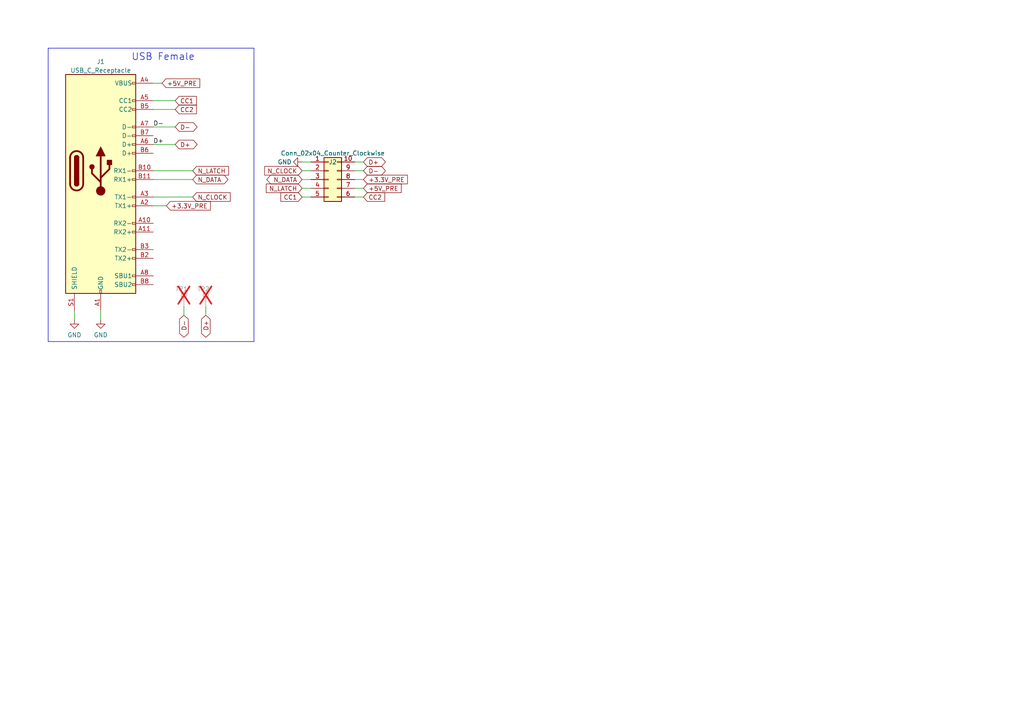
<source format=kicad_sch>
(kicad_sch (version 20230121) (generator eeschema)
  (paper "A4")
  (lib_symbols
    (symbol "Connector:TestPoint" (pin_numbers hide) (pin_names (offset 0.762) hide)
      (property "Reference" "TP" (at 0 6.858 0))
      (property "Value" "TestPoint" (at 0 5.08 0))
      (symbol "TestPoint_0_1"
        (circle (center 0 3.302) (radius 0.762))
      )
      (symbol "TestPoint_1_1"
        (pin passive line (at 0 0 90) (length 2.54) (name "1") (number "1"))
      )
    )
    (symbol "Connector:USB_C_Receptacle" (pin_names (offset 1.016))
      (property "Reference" "J" (at -10.16 29.21 0))
      (property "Value" "USB_C_Receptacle" (at 10.16 29.21 0))
      (symbol "USB_C_Receptacle_0_0"
        (rectangle (start -0.254 -35.56) (end 0.254 -34.544))
        (rectangle (start 10.16 -32.766) (end 9.144 -33.274))
        (rectangle (start 10.16 -30.226) (end 9.144 -30.734))
        (rectangle (start 10.16 -25.146) (end 9.144 -25.654))
        (rectangle (start 10.16 -22.606) (end 9.144 -23.114))
        (rectangle (start 10.16 -17.526) (end 9.144 -18.034))
        (rectangle (start 10.16 -14.986) (end 9.144 -15.494))
        (rectangle (start 10.16 -9.906) (end 9.144 -10.414))
        (rectangle (start 10.16 -7.366) (end 9.144 -7.874))
        (rectangle (start 10.16 -2.286) (end 9.144 -2.794))
        (rectangle (start 10.16 0.254) (end 9.144 -0.254))
        (rectangle (start 10.16 5.334) (end 9.144 4.826))
        (rectangle (start 10.16 7.874) (end 9.144 7.366))
        (rectangle (start 10.16 10.414) (end 9.144 9.906))
        (rectangle (start 10.16 12.954) (end 9.144 12.446))
        (rectangle (start 10.16 18.034) (end 9.144 17.526))
        (rectangle (start 10.16 20.574) (end 9.144 20.066))
        (rectangle (start 10.16 25.654) (end 9.144 25.146))
      )
      (symbol "USB_C_Receptacle_0_1"
        (rectangle (start -10.16 27.94) (end 10.16 -35.56) (stroke (width 0.254)) (fill (type background)))
        (arc (start -8.89 -3.81) (mid -6.985 -5.7067) (end -5.08 -3.81) (stroke (width 0.508)))
        (arc (start -7.62 -3.81) (mid -6.985 -4.4423) (end -6.35 -3.81) (stroke (width 0.254)))
        (arc (start -7.62 -3.81) (mid -6.985 -4.4423) (end -6.35 -3.81) (stroke (width 0.254)) (fill (type outline)))
        (rectangle (start -7.62 -3.81) (end -6.35 3.81) (stroke (width 0.254)) (fill (type outline)))
        (arc (start -6.35 3.81) (mid -6.985 4.4423) (end -7.62 3.81) (stroke (width 0.254)))
        (arc (start -6.35 3.81) (mid -6.985 4.4423) (end -7.62 3.81) (stroke (width 0.254)) (fill (type outline)))
        (arc (start -5.08 3.81) (mid -6.985 5.7067) (end -8.89 3.81) (stroke (width 0.508)))
        (polyline (pts (xy -8.89 -3.81) (xy -8.89 3.81)) (stroke (width 0.508)))
        (polyline (pts (xy -5.08 3.81) (xy -5.08 -3.81)) (stroke (width 0.508)))
      )
      (symbol "USB_C_Receptacle_1_1"
        (circle (center -2.54 1.143) (radius 0.635) (stroke (width 0.254)) (fill (type outline)))
        (circle (center 0 -5.842) (radius 1.27) (fill (type outline)))
        (polyline (pts (xy 0 -5.842) (xy 0 4.318)) (stroke (width 0.508)))
        (polyline (pts (xy 0 -3.302) (xy -2.54 -0.762) (xy -2.54 0.508)) (stroke (width 0.508)))
        (polyline (pts (xy 0 -2.032) (xy 2.54 0.508) (xy 2.54 1.778)) (stroke (width 0.508)))
        (polyline (pts (xy -1.27 4.318) (xy 0 6.858) (xy 1.27 4.318) (xy -1.27 4.318)) (stroke (width 0.254)) (fill (type outline)))
        (rectangle (start 1.905 1.778) (end 3.175 3.048) (stroke (width 0.254)) (fill (type outline)))
        (pin passive line (at 0 -40.64 90) (length 5.08) (name "GND") (number "A1"))
        (pin bidirectional line (at 15.24 -15.24 180) (length 5.08) (name "RX2-") (number "A10"))
        (pin bidirectional line (at 15.24 -17.78 180) (length 5.08) (name "RX2+") (number "A11"))
        (pin passive line (at 0 -40.64 90) (length 5.08) hide (name "GND") (number "A12"))
        (pin bidirectional line (at 15.24 -10.16 180) (length 5.08) (name "TX1+") (number "A2"))
        (pin bidirectional line (at 15.24 -7.62 180) (length 5.08) (name "TX1-") (number "A3"))
        (pin passive line (at 15.24 25.4 180) (length 5.08) (name "VBUS") (number "A4"))
        (pin bidirectional line (at 15.24 20.32 180) (length 5.08) (name "CC1") (number "A5"))
        (pin bidirectional line (at 15.24 7.62 180) (length 5.08) (name "D+") (number "A6"))
        (pin bidirectional line (at 15.24 12.7 180) (length 5.08) (name "D-") (number "A7"))
        (pin bidirectional line (at 15.24 -30.48 180) (length 5.08) (name "SBU1") (number "A8"))
        (pin passive line (at 15.24 25.4 180) (length 5.08) hide (name "VBUS") (number "A9"))
        (pin passive line (at 0 -40.64 90) (length 5.08) hide (name "GND") (number "B1"))
        (pin bidirectional line (at 15.24 0 180) (length 5.08) (name "RX1-") (number "B10"))
        (pin bidirectional line (at 15.24 -2.54 180) (length 5.08) (name "RX1+") (number "B11"))
        (pin passive line (at 0 -40.64 90) (length 5.08) hide (name "GND") (number "B12"))
        (pin bidirectional line (at 15.24 -25.4 180) (length 5.08) (name "TX2+") (number "B2"))
        (pin bidirectional line (at 15.24 -22.86 180) (length 5.08) (name "TX2-") (number "B3"))
        (pin passive line (at 15.24 25.4 180) (length 5.08) hide (name "VBUS") (number "B4"))
        (pin bidirectional line (at 15.24 17.78 180) (length 5.08) (name "CC2") (number "B5"))
        (pin bidirectional line (at 15.24 5.08 180) (length 5.08) (name "D+") (number "B6"))
        (pin bidirectional line (at 15.24 10.16 180) (length 5.08) (name "D-") (number "B7"))
        (pin bidirectional line (at 15.24 -33.02 180) (length 5.08) (name "SBU2") (number "B8"))
        (pin passive line (at 15.24 25.4 180) (length 5.08) hide (name "VBUS") (number "B9"))
        (pin passive line (at -7.62 -40.64 90) (length 5.08) (name "SHIELD") (number "S1"))
      )
    )
    (symbol "Connector_Generic:Conn_02x05_Counter_Clockwise" (pin_names (offset 1.016) hide)
      (property "Reference" "J" (at 1.27 7.62 0))
      (property "Value" "Conn_02x05_Counter_Clockwise" (at 1.27 -7.62 0))
      (symbol "Conn_02x05_Counter_Clockwise_1_1"
        (rectangle (start -1.27 -4.953) (end 0 -5.207) (stroke (width 0.1524)))
        (rectangle (start -1.27 -2.413) (end 0 -2.667) (stroke (width 0.1524)))
        (rectangle (start -1.27 0.127) (end 0 -0.127) (stroke (width 0.1524)))
        (rectangle (start -1.27 2.667) (end 0 2.413) (stroke (width 0.1524)))
        (rectangle (start -1.27 5.207) (end 0 4.953) (stroke (width 0.1524)))
        (rectangle (start -1.27 6.35) (end 3.81 -6.35) (stroke (width 0.254)) (fill (type background)))
        (rectangle (start 3.81 -4.953) (end 2.54 -5.207) (stroke (width 0.1524)))
        (rectangle (start 3.81 -2.413) (end 2.54 -2.667) (stroke (width 0.1524)))
        (rectangle (start 3.81 0.127) (end 2.54 -0.127) (stroke (width 0.1524)))
        (rectangle (start 3.81 2.667) (end 2.54 2.413) (stroke (width 0.1524)))
        (rectangle (start 3.81 5.207) (end 2.54 4.953) (stroke (width 0.1524)))
        (pin passive line (at -5.08 5.08 0) (length 3.81) (name "Pin_1") (number "1"))
        (pin passive line (at 7.62 5.08 180) (length 3.81) (name "Pin_10") (number "10"))
        (pin passive line (at -5.08 2.54 0) (length 3.81) (name "Pin_2") (number "2"))
        (pin passive line (at -5.08 0 0) (length 3.81) (name "Pin_3") (number "3"))
        (pin passive line (at -5.08 -2.54 0) (length 3.81) (name "Pin_4") (number "4"))
        (pin passive line (at -5.08 -5.08 0) (length 3.81) (name "Pin_5") (number "5"))
        (pin passive line (at 7.62 -5.08 180) (length 3.81) (name "Pin_6") (number "6"))
        (pin passive line (at 7.62 -2.54 180) (length 3.81) (name "Pin_7") (number "7"))
        (pin passive line (at 7.62 0 180) (length 3.81) (name "Pin_8") (number "8"))
        (pin passive line (at 7.62 2.54 180) (length 3.81) (name "Pin_9") (number "9"))
      )
    )
    (symbol "power:GND" (power) (pin_names (offset 0))
      (property "Value" "GND" (at 0 -3.81 0))
      (symbol "GND_0_1"
        (polyline (pts (xy 0 0) (xy 0 -1.27) (xy 1.27 -1.27) (xy 0 -2.54) (xy -1.27 -1.27) (xy 0 -1.27)))
      )
      (symbol "GND_1_1"
        (pin power_in line (at 0 0 270) (length 0) hide (name "GND") (number "1"))
      )
    )
  )
  (wire (pts (xy 44.45 24.13) (xy 46.99 24.13)))
  (wire (pts (xy 44.45 57.15) (xy 55.88 57.15)))
  (polyline (pts (xy 73.66 13.97) (xy 73.66 99.06)))
  (wire (pts (xy 102.87 52.07) (xy 105.41 52.07)))
  (wire (pts (xy 29.21 90.17) (xy 29.21 92.71)))
  (wire (pts (xy 44.45 29.21) (xy 50.8 29.21)))
  (wire (pts (xy 87.63 52.07) (xy 90.17 52.07)))
  (wire (pts (xy 102.87 46.99) (xy 105.41 46.99)))
  (polyline (pts (xy 13.97 13.97) (xy 13.97 99.06)))
  (wire (pts (xy 87.63 49.53) (xy 90.17 49.53)))
  (wire (pts (xy 44.45 31.75) (xy 50.8 31.75)))
  (wire (pts (xy 44.45 36.83) (xy 50.8 36.83)))
  (wire (pts (xy 102.87 54.61) (xy 105.41 54.61)))
  (wire (pts (xy 21.59 90.17) (xy 21.59 92.71)))
  (wire (pts (xy 87.63 46.99) (xy 90.17 46.99)))
  (wire (pts (xy 102.87 57.15) (xy 105.41 57.15)))
  (wire (pts (xy 102.87 49.53) (xy 105.41 49.53)))
  (wire (pts (xy 44.45 52.07) (xy 55.88 52.07)))
  (wire (pts (xy 44.45 49.53) (xy 55.88 49.53)))
  (polyline (pts (xy 13.97 13.97) (xy 73.66 13.97)))
  (wire (pts (xy 87.63 57.15) (xy 90.17 57.15)))
  (wire (pts (xy 59.69 88.9) (xy 59.69 91.44)))
  (wire (pts (xy 53.34 88.9) (xy 53.34 91.44)))
  (wire (pts (xy 87.63 54.61) (xy 90.17 54.61)))
  (polyline (pts (xy 73.66 99.06) (xy 13.97 99.06)))
  (wire (pts (xy 44.45 59.69) (xy 48.26 59.69)))
  (wire (pts (xy 44.45 41.91) (xy 50.8 41.91)))
  (text "USB Female\n" (at 38.1 17.78 0) (effects (font (size 2.0066 2.0066)) (justify left bottom)))
  (label "D-" (at 44.45 36.83 0))
  (label "D+" (at 44.45 41.91 0))
  (global_label "N_CLOCK" (shape input) (at 87.63 49.53 180) (property "Intersheetrefs" "${INTERSHEET_REFS}" (effects hide)))
  (global_label "+3.3V_PRE" (shape input) (at 48.26 59.69 0) (property "Intersheetrefs" "${INTERSHEET_REFS}" (effects hide)))
  (global_label "D-" (shape bidirectional) (at 105.41 49.53 0) (property "Intersheetrefs" "${INTERSHEET_REFS}" (effects hide)))
  (global_label "N_DATA" (shape bidirectional) (at 55.88 52.07 0) (property "Intersheetrefs" "${INTERSHEET_REFS}" (effects hide)))
  (global_label "N_DATA" (shape bidirectional) (at 87.63 52.07 180) (property "Intersheetrefs" "${INTERSHEET_REFS}" (effects hide)))
  (global_label "CC1" (shape input) (at 50.8 29.21 0) (property "Intersheetrefs" "${INTERSHEET_REFS}" (effects hide)))
  (global_label "D-" (shape bidirectional) (at 50.8 36.83 0) (property "Intersheetrefs" "${INTERSHEET_REFS}" (effects hide)))
  (global_label "+3.3V_PRE" (shape input) (at 105.41 52.07 0) (property "Intersheetrefs" "${INTERSHEET_REFS}" (effects hide)))
  (global_label "D+" (shape bidirectional) (at 59.69 91.44 270) (property "Intersheetrefs" "${INTERSHEET_REFS}" (effects hide)))
  (global_label "D+" (shape bidirectional) (at 105.41 46.99 0) (property "Intersheetrefs" "${INTERSHEET_REFS}" (effects hide)))
  (global_label "+5V_PRE" (shape input) (at 105.41 54.61 0) (property "Intersheetrefs" "${INTERSHEET_REFS}" (effects hide)))
  (global_label "+5V_PRE" (shape input) (at 46.99 24.13 0) (property "Intersheetrefs" "${INTERSHEET_REFS}" (effects hide)))
  (global_label "D+" (shape bidirectional) (at 50.8 41.91 0) (property "Intersheetrefs" "${INTERSHEET_REFS}" (effects hide)))
  (global_label "N_LATCH" (shape input) (at 87.63 54.61 180) (property "Intersheetrefs" "${INTERSHEET_REFS}" (effects hide)))
  (global_label "CC1" (shape input) (at 87.63 57.15 180) (property "Intersheetrefs" "${INTERSHEET_REFS}" (effects hide)))
  (global_label "CC2" (shape input) (at 50.8 31.75 0) (property "Intersheetrefs" "${INTERSHEET_REFS}" (effects hide)))
  (global_label "N_CLOCK" (shape input) (at 55.88 57.15 0) (property "Intersheetrefs" "${INTERSHEET_REFS}" (effects hide)))
  (global_label "N_LATCH" (shape input) (at 55.88 49.53 0) (property "Intersheetrefs" "${INTERSHEET_REFS}" (effects hide)))
  (global_label "D-" (shape bidirectional) (at 53.34 91.44 270) (property "Intersheetrefs" "${INTERSHEET_REFS}" (effects hide)))
  (global_label "CC2" (shape input) (at 105.41 57.15 0) (property "Intersheetrefs" "${INTERSHEET_REFS}" (effects hide)))
  (symbol (lib_id "Connector:TestPoint") (at 59.69 88.9 0) (unit 1) (in_bom no) (dnp yes)
    (property "Reference" "TP2" (at 57.15 83.82 0) (effects (justify left)))
    (property "Value" "TestPoint" (effects hide))
    (property "Footprint" "TestPoint:TestPoint_Pad_D1.5mm" (effects hide))
  )
  (symbol (lib_id "Connector:USB_C_Receptacle") (at 29.21 49.53 0) (unit 1)
    (property "Reference" "J1" (at 29.21 17.8902 0))
    (property "Value" "USB_C_Receptacle" (at 29.21 20.4271 0))
    (property "Footprint" "uniphob_footprints:Shou Han Type-C 24P QCHT" (effects hide))
    (property "Datasheet" "https://www.usb.org/sites/default/files/documents/usb_type-c.zip" (effects hide))
    (property "MPN" "Shou Han Type-C 24P QCHT" (effects hide))
  )
  (symbol (lib_id "Connector:TestPoint") (at 53.34 88.9 0) (unit 1) (in_bom no) (dnp yes)
    (property "Reference" "TP1" (at 50.8 83.82 0) (effects (justify left)))
    (property "Value" "TestPoint" (effects hide))
    (property "Footprint" "TestPoint:TestPoint_Pad_D1.5mm" (effects hide))
  )
  (symbol (lib_id "power:GND") (at 87.63 46.99 270) (unit 1)
    (property "Reference" "#PWR03" (effects hide))
    (property "Value" "GND" (at 82.55 46.99 90))
  )
  (symbol (lib_id "power:GND") (at 29.21 92.71 0) (unit 1)
    (property "Reference" "#PWR02" (effects hide))
    (property "Value" "GND" (at 29.21 97.155 0))
  )
  (symbol (lib_id "power:GND") (at 21.59 92.71 0) (unit 1)
    (property "Reference" "#PWR01" (effects hide))
    (property "Value" "GND" (at 21.59 97.155 0))
  )
  (symbol (lib_id "Connector_Generic:Conn_02x05_Counter_Clockwise") (at 95.25 52.07 0) (unit 1)
    (property "Reference" "J2" (at 96.52 46.99 0))
    (property "Value" "Conn_02x04_Counter_Clockwise" (at 96.52 44.45 0))
    (property "Footprint" "Connector_PinSocket_2.00mm:PinSocket_2x04_P2.00mm_Vertical" (effects hide))
  )
)
</source>
